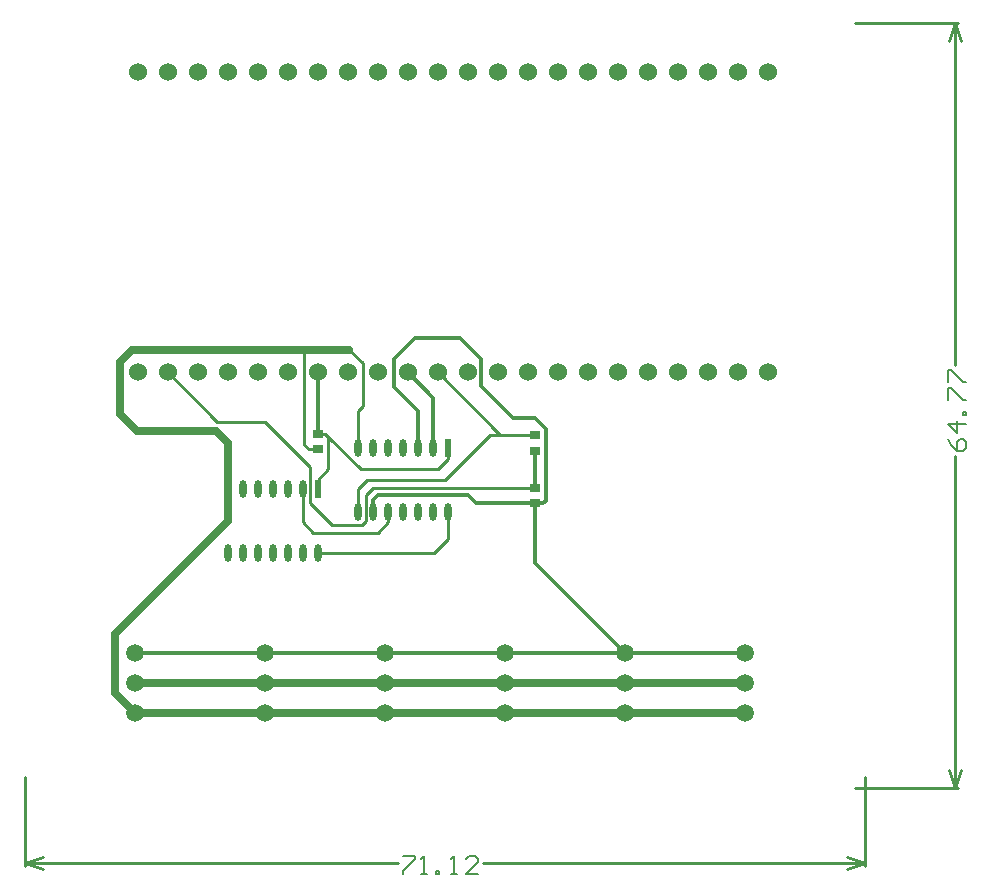
<source format=gbr>
%TF.GenerationSoftware,Altium Limited,Altium Designer,24.2.2 (26)*%
G04 Layer_Physical_Order=1*
G04 Layer_Color=255*
%FSLAX45Y45*%
%MOMM*%
%TF.SameCoordinates,A195ED8F-B54E-4743-8023-4A5FD5FDB8DD*%
%TF.FilePolarity,Positive*%
%TF.FileFunction,Copper,L1,Top,Signal*%
%TF.Part,Single*%
G01*
G75*
%TA.AperFunction,SMDPad,CuDef*%
%ADD10R,0.95000X0.80000*%
%ADD11R,0.60000X1.50000*%
%ADD12O,0.60000X1.50000*%
%TA.AperFunction,NonConductor*%
%ADD13C,0.25400*%
%TA.AperFunction,Conductor*%
%ADD14C,0.25400*%
%ADD15C,0.70000*%
%ADD16C,0.30000*%
%TA.AperFunction,NonConductor*%
%ADD17C,0.15240*%
%TA.AperFunction,ComponentPad*%
%ADD18C,1.52400*%
%ADD19C,1.50000*%
D10*
X4318000Y2856001D02*
D03*
Y2985999D02*
D03*
X2476500Y2868701D02*
D03*
Y2998699D02*
D03*
X4318000Y2413000D02*
D03*
Y2543002D02*
D03*
D11*
X3581400Y2876799D02*
D03*
X2476500Y2527300D02*
D03*
D12*
X3454400Y2876799D02*
D03*
X3327400D02*
D03*
X3200400D02*
D03*
X3073400D02*
D03*
X2946400D02*
D03*
X2819400D02*
D03*
X3581400Y2336800D02*
D03*
X3454400D02*
D03*
X3327400D02*
D03*
X3200400D02*
D03*
X3073400D02*
D03*
X2946400D02*
D03*
X2819400D02*
D03*
X2349500Y2527300D02*
D03*
X2222500D02*
D03*
X2095500D02*
D03*
X1968500D02*
D03*
X1841500D02*
D03*
X1714500D02*
D03*
X2476500Y1987301D02*
D03*
X2349500D02*
D03*
X2222500D02*
D03*
X2095500D02*
D03*
X1968500D02*
D03*
X1841500D02*
D03*
X1714500D02*
D03*
D13*
X7023100Y0D02*
X7899400D01*
X7023100Y6477000D02*
X7899400D01*
X7874000Y0D02*
Y2814431D01*
Y3581289D02*
Y6477000D01*
Y0D02*
X7924800Y152400D01*
X7823200D02*
X7874000Y0D01*
X7823200Y6324600D02*
X7874000Y6477000D01*
X7924800Y6324600D01*
X0Y-660400D02*
Y88900D01*
X7112000Y-660400D02*
Y88900D01*
X0Y-635000D02*
X3157323D01*
X3873397D02*
X7112000D01*
X0D02*
X152400Y-685800D01*
X0Y-635000D02*
X152400Y-584200D01*
X6959600D02*
X7112000Y-635000D01*
X6959600Y-685800D02*
X7112000Y-635000D01*
D14*
X2364740Y2905760D02*
Y3708400D01*
X2743200D02*
X2857500Y3594100D01*
X2364740Y2905760D02*
X2401799Y2868701D01*
X2476500D01*
X2857500Y3230880D02*
Y3594100D01*
X2819400Y3192780D02*
X2857500Y3230880D01*
X2565400Y2973299D02*
X2841219Y2697480D01*
X2540000Y2998699D02*
X2565400Y2973299D01*
X3935959Y2985999D02*
X4024401D01*
X2476500Y1987301D02*
X3460501D01*
X3581400Y2108200D01*
Y2336800D01*
X2476500Y2527300D02*
Y2608580D01*
X2565400Y2697480D01*
Y2973299D01*
X3581400Y2786380D02*
Y2876799D01*
X3492500Y2697480D02*
X3581400Y2786380D01*
X2841219Y2697480D02*
X3492500D01*
X2476500Y2998699D02*
X2540000D01*
X1206500Y3517900D02*
X1621663Y3102737D01*
X2028063D01*
X2413000Y2717800D01*
Y2413000D02*
Y2717800D01*
Y2413000D02*
X2598420Y2227580D01*
X2849880D01*
X2882900Y2260600D01*
Y2481580D01*
X2944322Y2543002D01*
X4318000D01*
X3492500Y3517900D02*
X4024401Y2985999D01*
X4318000D01*
X2819400Y2876799D02*
Y3192780D01*
X2349500Y2250440D02*
Y2527300D01*
Y2250440D02*
X2438400Y2161540D01*
X2987040D01*
X3073400Y2247900D01*
Y2336800D01*
X2819400D02*
Y2529840D01*
X2895600Y2606040D01*
X3556000D01*
X3935959Y2985999D01*
D15*
X800100Y3606800D02*
X901700Y3708400D01*
X2364740D01*
X2743200D01*
X800100Y3167380D02*
Y3606800D01*
Y3167380D02*
X944880Y3022600D01*
X1714500Y2527300D02*
Y2921000D01*
X1612900Y3022600D02*
X1714500Y2921000D01*
X944880Y3022600D02*
X1612900D01*
X927100Y635000D02*
X2032000D01*
X3048000D01*
X762000Y800100D02*
X927100Y635000D01*
X762000Y800100D02*
Y1305560D01*
X1714500Y2258060D01*
Y2527300D01*
X3048000Y635000D02*
X4064000D01*
X5080000D01*
X6096000D01*
X2032000Y889000D02*
X3048000D01*
X927100D02*
X2032000D01*
X3048000D02*
X4064000D01*
X5080000D01*
X6096000D01*
D16*
X2476500Y2998699D02*
Y3517900D01*
X4318000Y2543002D02*
Y2856001D01*
X927100Y1143000D02*
X2032000D01*
X3048000D01*
X4064000D01*
X5080000D01*
X6096000D01*
X4318000Y1905000D02*
X5080000Y1143000D01*
X4318000Y1905000D02*
Y2413000D01*
X3815080D02*
X4318000D01*
X3751580Y2476500D02*
X3815080Y2413000D01*
X2987040Y2476500D02*
X3751580D01*
X2946400Y2435860D02*
X2987040Y2476500D01*
X2946400Y2336800D02*
Y2435860D01*
X4318000Y2413000D02*
X4386580D01*
X4406900Y2433320D01*
Y3042920D01*
X4315460Y3134360D02*
X4406900Y3042920D01*
X4135120Y3134360D02*
X4315460D01*
X3863340Y3406140D02*
X4135120Y3134360D01*
X3863340Y3406140D02*
Y3629660D01*
X3683000Y3810000D02*
X3863340Y3629660D01*
X3302000Y3810000D02*
X3683000D01*
X3121660Y3629660D02*
X3302000Y3810000D01*
X3121660Y3395980D02*
Y3629660D01*
Y3395980D02*
X3327400Y3190240D01*
Y2876799D02*
Y3190240D01*
X3238500Y3517900D02*
X3454400Y3302000D01*
Y2876799D02*
Y3302000D01*
D17*
X7813065Y2956638D02*
X7838457Y2905854D01*
X7889240Y2855071D01*
X7940023D01*
X7965415Y2880463D01*
Y2931246D01*
X7940023Y2956638D01*
X7914632D01*
X7889240Y2931246D01*
Y2855071D01*
X7965415Y3083597D02*
X7813065D01*
X7889240Y3007421D01*
Y3108989D01*
X7965415Y3159772D02*
X7940023D01*
Y3185164D01*
X7965415D01*
Y3159772D01*
X7813065Y3286731D02*
Y3388298D01*
X7838457D01*
X7940023Y3286731D01*
X7965415D01*
X7813065Y3439082D02*
Y3540649D01*
X7838457D01*
X7940023Y3439082D01*
X7965415D01*
X3197963Y-574065D02*
X3299530D01*
Y-599457D01*
X3197963Y-701023D01*
Y-726415D01*
X3350313D02*
X3401097D01*
X3375705D01*
Y-574065D01*
X3350313Y-599457D01*
X3477272Y-726415D02*
Y-701023D01*
X3502664D01*
Y-726415D01*
X3477272D01*
X3604231D02*
X3655015D01*
X3629623D01*
Y-574065D01*
X3604231Y-599457D01*
X3832757Y-726415D02*
X3731190D01*
X3832757Y-624848D01*
Y-599457D01*
X3807365Y-574065D01*
X3756582D01*
X3731190Y-599457D01*
D18*
X1206500Y3517900D02*
D03*
X1460500D02*
D03*
X1714500D02*
D03*
X1968500D02*
D03*
X2222500D02*
D03*
X2476500D02*
D03*
X2730500D02*
D03*
X2984500D02*
D03*
X3238500D02*
D03*
X3492500D02*
D03*
X3746500D02*
D03*
X4000500D02*
D03*
X4254500D02*
D03*
X4508500D02*
D03*
X4762500D02*
D03*
X5016500D02*
D03*
X5270500D02*
D03*
X5524500D02*
D03*
X5778500D02*
D03*
X6032500D02*
D03*
X6286500D02*
D03*
X952500Y6057900D02*
D03*
X1206500D02*
D03*
X1460500D02*
D03*
X1714500D02*
D03*
X1968500D02*
D03*
X2222500D02*
D03*
X2476500D02*
D03*
X2730500D02*
D03*
X2984500D02*
D03*
X3238500D02*
D03*
X3492500D02*
D03*
X3746500D02*
D03*
X4000500D02*
D03*
X4254500D02*
D03*
X4508500D02*
D03*
X5016500D02*
D03*
X5270500D02*
D03*
X5524500D02*
D03*
X5778500D02*
D03*
X6032500D02*
D03*
X6286500D02*
D03*
X952500Y3517900D02*
D03*
X4762500Y6057900D02*
D03*
D19*
X927100Y635000D02*
D03*
Y889000D02*
D03*
Y1143000D02*
D03*
X5080000Y635000D02*
D03*
Y889000D02*
D03*
Y1143000D02*
D03*
X2032000Y635000D02*
D03*
Y889000D02*
D03*
Y1143000D02*
D03*
X6096000Y635000D02*
D03*
Y889000D02*
D03*
Y1143000D02*
D03*
X3048000Y635000D02*
D03*
Y889000D02*
D03*
Y1143000D02*
D03*
X4064000Y635000D02*
D03*
Y889000D02*
D03*
Y1143000D02*
D03*
%TF.MD5,a9b4fb35efee95d61faf02b0bd96a3b8*%
M02*

</source>
